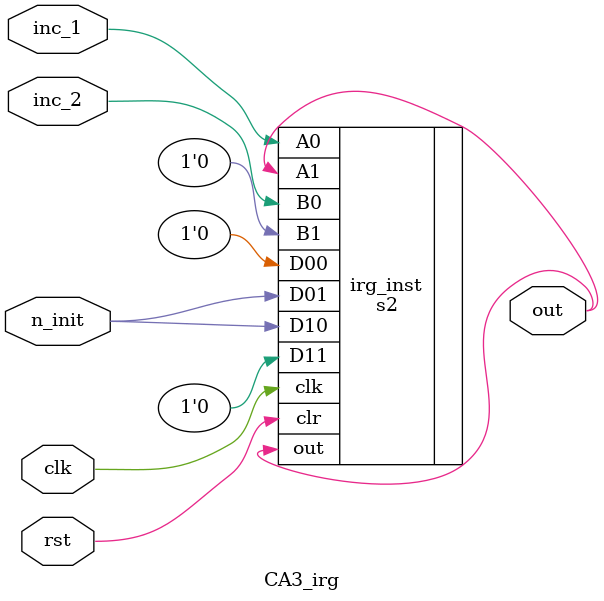
<source format=v>
module CA3_irg (
    input  wire clk,
    input  wire rst,
    input  wire n_init,
    input  wire inc_1,
    input  wire inc_2,
    output wire out
);

    s2 irg_inst (
        .D00(1'b0), .D01(n_init), .D10(n_init), .D11(1'b0), 
        .A1(out), .B1(1'b0), 
        .A0(inc_1), .B0(inc_2), 
        .clr(rst), .clk(clk), .out(out)
    );

endmodule
</source>
